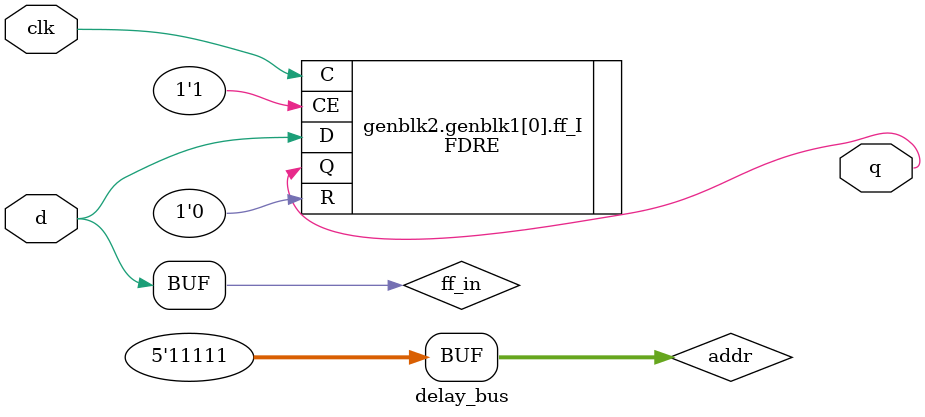
<source format=v>
/*
 * delay.v
 *
 * Generates a delay line/bus using a combination of SRL and Register
 *
 * Copyright (C) 2014  Ettus Corporation LLC
 * Copyright 2018 Ettus Research, a National Instruments Company
 *
 * SPDX-License-Identifier: LGPL-3.0-or-later
 *
 * vim: ts=4 sw=4
 */

`ifdef SIM
`default_nettype none
`endif

// ---------------------------------------------------------------------------
// Single line delay
// ---------------------------------------------------------------------------

module delay_bit #(
	parameter integer DELAY = 1
)(
	input  wire d,
	output wire q,
	input  wire clk
);

	// Signals
	wire [4:0] addr = DELAY - 2;
	wire ff_in;

	// Generate SRL if needed (or bypass if not)
	generate
		if (DELAY > 17) begin
			SRLC32E srl_I (
				.Q(ff_in),
				.A(addr),
				.CE(1'b1),
				.CLK(clk),
				.D(d)
			);
		end else if (DELAY > 1) begin
			SRL16E srl_I (
				.Q(ff_in),
				.A0(addr[0]),
				.A1(addr[1]),
				.A2(addr[2]),
				.A3(addr[3]),
				.CE(1'b1),
				.CLK(clk),
				.D(d)
			);
		end else begin
			assign ff_in = d;
		end
	endgenerate

	// Generate flip-flop if needed (or bypass if not)
	generate
		if (DELAY > 0) begin
			FDRE ff_I (
				.Q(q),
				.C(clk),
				.CE(1'b1),
				.D(ff_in),
				.R(1'b0)
			);
		end else begin
			assign q = ff_in;
		end
	endgenerate

endmodule // delay_bit


// ---------------------------------------------------------------------------
// Bus delay
// ---------------------------------------------------------------------------

module delay_bus #(
	parameter integer DELAY = 1,
	parameter integer WIDTH = 1
)(
	input  wire [WIDTH-1:0] d,
	output wire [WIDTH-1:0] q,
	input  wire clk
);
	genvar i;

	// Variables / Signals
	wire [4:0] addr = DELAY - 2;
	wire [WIDTH-1:0] ff_in;

	// Generate SRL if needed (or bypass if not)
	generate
		if (DELAY > 17) begin
			for (i=0; i<WIDTH; i=i+1)
				SRLC32E srl_I (
					.Q(ff_in[i]),
					.A(addr),
					.CE(1'b1),
					.CLK(clk),
					.D(d[i])
				);
		end else if (DELAY > 1) begin
			for (i=0; i<WIDTH; i=i+1)
				SRL16E srl_I (
					.Q(ff_in[i]),
					.A0(addr[0]),
					.A1(addr[1]),
					.A2(addr[2]),
					.A3(addr[3]),
					.CE(1'b1),
					.CLK(clk),
					.D(d[i])
				);
		end else begin
			assign ff_in = d;
		end
	endgenerate

	// Generate flip-flop if needed (or bypass if not)
	generate
		if (DELAY > 0) begin
			for (i=0; i<WIDTH; i=i+1)
				FDRE ff_I (
					.Q(q[i]),
					.C(clk),
					.CE(1'b1),
					.D(ff_in[i]),
					.R(1'b0)
				);
		end else begin
			assign q = ff_in;
		end
	endgenerate

endmodule // delay_bus

</source>
